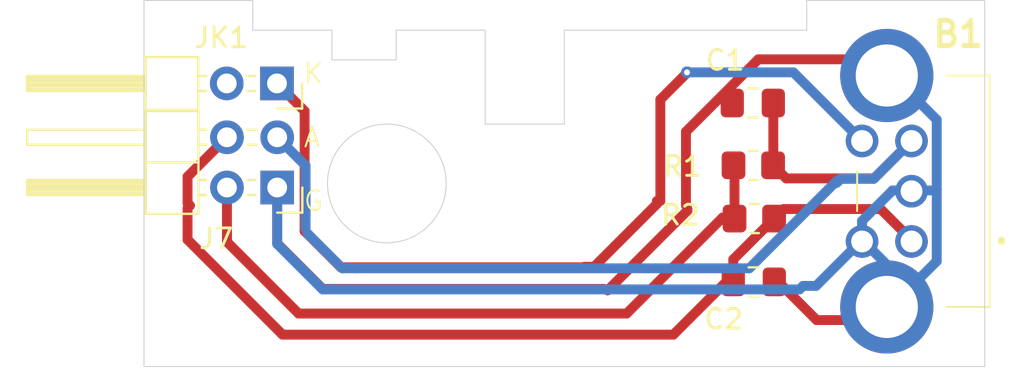
<source format=kicad_pcb>
(kicad_pcb (version 20240108) (generator "pcbnew") (generator_version "8.0")
  (layers (0 "F.Cu" signal) (31 "B.Cu" signal) (34 "B.Paste" user) (35 "F.Paste" user) (36 "B.SilkS" user "B.Silkscreen") (37 "F.SilkS" user "F.Silkscreen") (38 "B.Mask" user) (39 "F.Mask" user) (44 "Edge.Cuts" user))
  (net 0 "")
  (net 1 "SWITCH")
  (net 2 "GND")
  (net 3 "+5V")
  (net 4 "ENC1")
  (net 5 "ENC2")
  (net 6 "U3-40-PC9")
  (footprint "Connector_PinHeader_2.54mm:PinHeader_2x01_P2.54mm_Horizontal" (layer "F.Cu") (at 115.7224 112.1918 180)
    (property "Reference" "JK1" (at 2.8194 2.3114 0) (layer "F.SilkS"))
    (property "Value" "Conn_02x01")
    (fp_line (start 12.64 0.38) (end 6.64 0.38) (stroke (width 0.12)) (layer "F.SilkS"))
    (fp_line (start 12.64 -0.38) (end 12.64 0.38) (stroke (width 0.12)) (layer "F.SilkS"))
    (fp_line (start 6.64 1.33) (end 6.64 -1.33) (stroke (width 0.12)) (layer "F.SilkS"))
    (fp_line (start 6.64 0.28) (end 12.64 0.28) (stroke (width 0.12)) (layer "F.SilkS"))
    (fp_line (start 6.64 0.16) (end 12.64 0.16) (stroke (width 0.12)) (layer "F.SilkS"))
    (fp_line (start 6.64 0.04) (end 12.64 0.04) (stroke (width 0.12)) (layer "F.SilkS"))
    (fp_line (start 6.64 -0.08) (end 12.64 -0.08) (stroke (width 0.12)) (layer "F.SilkS"))
    (fp_line (start 6.64 -0.2) (end 12.64 -0.2) (stroke (width 0.12)) (layer "F.SilkS"))
    (fp_line (start 6.64 -0.32) (end 12.64 -0.32) (stroke (width 0.12)) (layer "F.SilkS"))
    (fp_line (start 6.64 -0.38) (end 12.64 -0.38) (stroke (width 0.12)) (layer "F.SilkS"))
    (fp_line (start 6.64 -1.33) (end 3.98 -1.33) (stroke (width 0.12)) (layer "F.SilkS"))
    (fp_line (start 3.98 1.33) (end 6.64 1.33) (stroke (width 0.12)) (layer "F.SilkS"))
    (fp_line (start 3.98 -1.33) (end 3.98 1.33) (stroke (width 0.12)) (layer "F.SilkS"))
    (fp_line (start 3.582929 0.38) (end 3.98 0.38) (stroke (width 0.12)) (layer "F.SilkS"))
    (fp_line (start 3.582929 -0.38) (end 3.98 -0.38) (stroke (width 0.12)) (layer "F.SilkS"))
    (fp_line (start 1.11 0.38) (end 1.497071 0.38) (stroke (width 0.12)) (layer "F.SilkS"))
    (fp_line (start 1.11 -0.38) (end 1.497071 -0.38) (stroke (width 0.12)) (layer "F.SilkS"))
    (fp_line (start -1.27 0) (end -1.27 -1.27) (stroke (width 0.12)) (layer "F.SilkS"))
    (fp_line (start -1.27 -1.27) (end 0 -1.27) (stroke (width 0.12)) (layer "F.SilkS"))
    (pad "1" thru_hole rect (at 0 0 180) (size 1.7 1.7) (drill 1) (layers "*.Cu" "*.Mask") (net 1 "SWITCH"))
    (pad "2" thru_hole oval (at 2.54 0 180) (size 1.7 1.7) (drill 1) (layers "*.Cu" "*.Mask") (net 6 "U3-40-PC9"))
  )
  (footprint "Connector_PinHeader_2.54mm:PinHeader_2x02_P2.54mm_Horizontal" (layer "F.Cu") (at 115.7336 117.4546 180)
    (property "Reference" "J7" (at 3.0846 -2.5858 0) (layer "F.SilkS"))
    (property "Value" "Conn_02x02_Odd_Even")
    (fp_line (start 12.64 2.92) (end 6.64 2.92) (stroke (width 0.12)) (layer "F.SilkS"))
    (fp_line (start 12.64 2.16) (end 12.64 2.92) (stroke (width 0.12)) (layer "F.SilkS"))
    (fp_line (start 12.64 0.38) (end 6.64 0.38) (stroke (width 0.12)) (layer "F.SilkS"))
    (fp_line (start 12.64 -0.38) (end 12.64 0.38) (stroke (width 0.12)) (layer "F.SilkS"))
    (fp_line (start 6.64 3.87) (end 6.64 -1.33) (stroke (width 0.12)) (layer "F.SilkS"))
    (fp_line (start 6.64 2.16) (end 12.64 2.16) (stroke (width 0.12)) (layer "F.SilkS"))
    (fp_line (start 6.64 0.28) (end 12.64 0.28) (stroke (width 0.12)) (layer "F.SilkS"))
    (fp_line (start 6.64 0.16) (end 12.64 0.16) (stroke (width 0.12)) (layer "F.SilkS"))
    (fp_line (start 6.64 0.04) (end 12.64 0.04) (stroke (width 0.12)) (layer "F.SilkS"))
    (fp_line (start 6.64 -0.08) (end 12.64 -0.08) (stroke (width 0.12)) (layer "F.SilkS"))
    (fp_line (start 6.64 -0.2) (end 12.64 -0.2) (stroke (width 0.12)) (layer "F.SilkS"))
    (fp_line (start 6.64 -0.32) (end 12.64 -0.32) (stroke (width 0.12)) (layer "F.SilkS"))
    (fp_line (start 6.64 -0.38) (end 12.64 -0.38) (stroke (width 0.12)) (layer "F.SilkS"))
    (fp_line (start 6.64 -1.33) (end 3.98 -1.33) (stroke (width 0.12)) (layer "F.SilkS"))
    (fp_line (start 3.98 3.87) (end 6.64 3.87) (stroke (width 0.12)) (layer "F.SilkS"))
    (fp_line (start 3.98 1.27) (end 6.64 1.27) (stroke (width 0.12)) (layer "F.SilkS"))
    (fp_line (start 3.98 -1.33) (end 3.98 3.87) (stroke (width 0.12)) (layer "F.SilkS"))
    (fp_line (start 3.582929 2.92) (end 3.98 2.92) (stroke (width 0.12)) (layer "F.SilkS"))
    (fp_line (start 3.582929 2.16) (end 3.98 2.16) (stroke (width 0.12)) (layer "F.SilkS"))
    (fp_line (start 3.582929 0.38) (end 3.98 0.38) (stroke (width 0.12)) (layer "F.SilkS"))
    (fp_line (start 3.582929 -0.38) (end 3.98 -0.38) (stroke (width 0.12)) (layer "F.SilkS"))
    (fp_line (start 1.11 0.38) (end 1.497071 0.38) (stroke (width 0.12)) (layer "F.SilkS"))
    (fp_line (start 1.11 -0.38) (end 1.497071 -0.38) (stroke (width 0.12)) (layer "F.SilkS"))
    (fp_line (start 1.042929 2.92) (end 1.497071 2.92) (stroke (width 0.12)) (layer "F.SilkS"))
    (fp_line (start 1.042929 2.16) (end 1.497071 2.16) (stroke (width 0.12)) (layer "F.SilkS"))
    (fp_line (start -1.27 0) (end -1.27 -1.27) (stroke (width 0.12)) (layer "F.SilkS"))
    (fp_line (start -1.27 -1.27) (end 0 -1.27) (stroke (width 0.12)) (layer "F.SilkS"))
    (pad "1" thru_hole rect (at 0 0 180) (size 1.7 1.7) (drill 1) (layers "*.Cu" "*.Mask") (net 2 "GND"))
    (pad "2" thru_hole oval (at 2.54 0 180) (size 1.7 1.7) (drill 1) (layers "*.Cu" "*.Mask") (net 3 "+5V"))
    (pad "3" thru_hole oval (at 0 2.54 180) (size 1.7 1.7) (drill 1) (layers "*.Cu" "*.Mask") (net 4 "ENC1"))
    (pad "4" thru_hole oval (at 2.54 2.54 180) (size 1.7 1.7) (drill 1) (layers "*.Cu" "*.Mask") (net 5 "ENC2"))
  )
  (footprint "Resistor_SMD:R_0805_2012Metric_Pad1.20x1.40mm_HandSolder" (layer "F.Cu") (at 139.8016 116.332)
    (property "Reference" "R1" (at -3.5814 0.0508 0) (layer "F.SilkS"))
    (property "Value" "10K")
    (fp_line (start -0.227064 -0.735) (end 0.227064 -0.735) (stroke (width 0.12)) (layer "F.SilkS"))
    (fp_line (start -0.227064 0.735) (end 0.227064 0.735) (stroke (width 0.12)) (layer "F.SilkS"))
    (pad "1" smd roundrect (at -1 0) (size 1.2 1.4) (layers "F.Cu" "F.Paste" "F.Mask") (roundrect_rratio 0.208333) (net 3 "+5V"))
    (pad "2" smd roundrect (at 1 0) (size 1.2 1.4) (layers "F.Cu" "F.Paste" "F.Mask") (roundrect_rratio 0.208333) (net 4 "ENC1"))
  )
  (footprint "Resistor_SMD:R_0805_2012Metric_Pad1.20x1.40mm_HandSolder" (layer "F.Cu") (at 139.8524 119.0244)
    (property "Reference" "R2" (at -3.7338 -0.1778 0) (layer "F.SilkS"))
    (property "Value" "10K")
    (fp_line (start -0.227064 -0.735) (end 0.227064 -0.735) (stroke (width 0.12)) (layer "F.SilkS"))
    (fp_line (start -0.227064 0.735) (end 0.227064 0.735) (stroke (width 0.12)) (layer "F.SilkS"))
    (pad "1" smd roundrect (at -1 0) (size 1.2 1.4) (layers "F.Cu" "F.Paste" "F.Mask") (roundrect_rratio 0.208333) (net 3 "+5V"))
    (pad "2" smd roundrect (at 1 0) (size 1.2 1.4) (layers "F.Cu" "F.Paste" "F.Mask") (roundrect_rratio 0.208333) (net 5 "ENC2"))
  )
  (footprint "Capacitor_SMD:C_0805_2012Metric_Pad1.18x1.45mm_HandSolder" (layer "F.Cu") (at 139.827 122.2248)
    (property "Reference" "C2" (at -1.524 1.8796 0) (layer "F.SilkS"))
    (property "Value" "10nF")
    (fp_line (start -0.261252 -0.735) (end 0.261252 -0.735) (stroke (width 0.12)) (layer "F.SilkS"))
    (fp_line (start -0.261252 0.735) (end 0.261252 0.735) (stroke (width 0.12)) (layer "F.SilkS"))
    (pad "1" smd roundrect (at -1.0375 0) (size 1.175 1.45) (layers "F.Cu" "F.Paste" "F.Mask") (roundrect_rratio 0.212766) (net 5 "ENC2"))
    (pad "2" smd roundrect (at 1.0375 0) (size 1.175 1.45) (layers "F.Cu" "F.Paste" "F.Mask") (roundrect_rratio 0.212766) (net 2 "GND"))
  )
  (footprint "Rotary:EC11B15242AE" (layer "F.Cu") (at 148.7496 117.642)
    (property "Reference" "B1" (at 1.4152 -7.9394 0) (layer "F.SilkS") (effects (font (size 1.27 1.27) (thickness 0.254))))
    (property "Value" "EC11B15242AE" (hide yes))
    (fp_line (start -3.7 1) (end -3.7 -1) (stroke (width 0.1)) (layer "F.SilkS"))
    (fp_line (start 0.8 -5.85) (end 3 -5.85) (stroke (width 0.1)) (layer "F.SilkS"))
    (fp_line (start 3 -5.85) (end 3 5.85) (stroke (width 0.1)) (layer "F.SilkS"))
    (fp_line (start 3 5.85) (end 0.8 5.85) (stroke (width 0.1)) (layer "F.SilkS"))
    (fp_line (start 3.6 2.4) (end 3.6 2.4) (stroke (width 0.2)) (layer "F.SilkS"))
    (fp_line (start 3.6 2.6) (end 3.6 2.6) (stroke (width 0.2)) (layer "F.SilkS"))
    (fp_arc (start 3.6 2.4) (mid 3.7 2.5) (end 3.6 2.6) (stroke (width 0.2)) (layer "F.SilkS"))
    (fp_arc (start 3.6 2.6) (mid 3.5 2.5) (end 3.6 2.4) (stroke (width 0.2)) (layer "F.SilkS"))
    (pad "1" thru_hole circle (at -0.95 2.54) (size 1.65 1.65) (drill 1.1) (layers "*.Cu" "*.Mask") (net 5 "ENC2"))
    (pad "2" thru_hole circle (at -0.95 0) (size 1.65 1.65) (drill 1.1) (layers "*.Cu" "*.Mask") (net 2 "GND"))
    (pad "3" thru_hole circle (at -0.95 -2.54) (size 1.65 1.65) (drill 1.1) (layers "*.Cu" "*.Mask") (net 4 "ENC1"))
    (pad "4" thru_hole circle (at -3.45 -2.54) (size 1.65 1.65) (drill 1.1) (layers "*.Cu" "*.Mask") (net 1 "SWITCH"))
    (pad "5" thru_hole circle (at -3.45 2.54) (size 1.65 1.65) (drill 1.1) (layers "*.Cu" "*.Mask") (net 2 "GND"))
    (pad "6" thru_hole circle (at -2.2 -5.85) (size 4.71 4.71) (drill 3.1401) (layers "*.Cu" "*.Mask") (net 2 "GND"))
    (pad "7" thru_hole circle (at -2.2 5.85) (size 4.71 4.71) (drill 3.1401) (layers "*.Cu" "*.Mask") (net 2 "GND"))
  )
  (footprint "Capacitor_SMD:C_0805_2012Metric_Pad1.18x1.45mm_HandSolder" (layer "F.Cu") (at 139.7762 113.1824 180)
    (property "Reference" "C1" (at 1.397 2.159 0) (layer "F.SilkS"))
    (property "Value" "10nF")
    (fp_line (start -0.261252 0.735) (end 0.261252 0.735) (stroke (width 0.12)) (layer "F.SilkS"))
    (fp_line (start -0.261252 -0.735) (end 0.261252 -0.735) (stroke (width 0.12)) (layer "F.SilkS"))
    (pad "1" smd roundrect (at -1.0375 0 180) (size 1.175 1.45) (layers "F.Cu" "F.Paste" "F.Mask") (roundrect_rratio 0.212766) (net 4 "ENC1"))
    (pad "2" smd roundrect (at 1.0375 0 180) (size 1.175 1.45) (layers "F.Cu" "F.Paste" "F.Mask") (roundrect_rratio 0.212766) (net 2 "GND"))
  )
  (gr_line (start 109 126.5) (end 109 108) (stroke (width 0.05)) (layer "Edge.Cuts"))
  (gr_line (start 109 108) (end 114.5 108) (stroke (width 0.05)) (layer "Edge.Cuts"))
  (gr_line (start 126.25 109.5) (end 126.25 114.25) (stroke (width 0.05)) (layer "Edge.Cuts"))
  (gr_line (start 118.5 109.5) (end 118.5 111) (stroke (width 0.05)) (layer "Edge.Cuts"))
  (gr_line (start 130.25 114.25) (end 130.25 109.5) (stroke (width 0.05)) (layer "Edge.Cuts"))
  (gr_line (start 130.25 109.5) (end 142.5 109.5) (stroke (width 0.05)) (layer "Edge.Cuts"))
  (gr_line (start 151.5 126.5) (end 109 126.5) (stroke (width 0.05)) (layer "Edge.Cuts"))
  (gr_line (start 126.25 114.25) (end 130.25 114.25) (stroke (width 0.05)) (layer "Edge.Cuts"))
  (gr_line (start 142.5 109.5) (end 142.5 108) (stroke (width 0.05)) (layer "Edge.Cuts"))
  (gr_line (start 121.75 111) (end 121.75 109.5) (stroke (width 0.05)) (layer "Edge.Cuts"))
  (gr_line (start 114.5 109.5) (end 118.5 109.5) (stroke (width 0.05)) (layer "Edge.Cuts"))
  (gr_line (start 118.5 111) (end 121.75 111) (stroke (width 0.05)) (layer "Edge.Cuts"))
  (gr_line (start 121.75 109.5) (end 126.25 109.5) (stroke (width 0.05)) (layer "Edge.Cuts"))
  (gr_line (start 114.5 108) (end 114.5 109.5) (stroke (width 0.05)) (layer "Edge.Cuts"))
  (gr_circle (center 121.276079 117.25) (end 124.276079 117.25) (stroke (width 0.05)) (fill none) (layer "Edge.Cuts"))
  (gr_line (start 151.5 108) (end 151.5 126.5) (stroke (width 0.05)) (layer "Edge.Cuts"))
  (gr_line (start 142.5 108) (end 151.5 108) (stroke (width 0.05)) (layer "Edge.Cuts"))
  (gr_text "K\n\nA\n\nG" (at 117.0036 118.7246 0) (layer "F.SilkS") (effects (font (size 1 1) (thickness 0.1)) (justify left bottom)))
  (segment (start 134.9248 118.2878) (end 134.9248 118.1354) (width 0.5) (layer "F.Cu") (net 1))
  (segment (start 135.1026 118.1354) (end 135.1026 113.0046) (width 0.5) (layer "F.Cu") (net 1))
  (segment (start 131.7498 121.4628) (end 134.9248 118.2878) (width 0.5) (layer "F.Cu") (net 1))
  (segment (start 118.9482 121.4882) (end 131.2418 121.4882) (width 0.5) (layer "F.Cu") (net 1))
  (segment (start 131.2418 121.4882) (end 131.2672 121.4628) (width 0.5) (layer "F.Cu") (net 1))
  (segment (start 134.9248 118.1354) (end 135.1026 118.1354) (width 0.2) (layer "F.Cu") (net 1))
  (segment (start 131.2672 121.4628) (end 131.7498 121.4628) (width 0.5) (layer "F.Cu") (net 1))
  (segment (start 135.1026 113.0046) (end 136.4488 111.6584) (width 0.5) (layer "F.Cu") (net 1))
  (segment (start 115.7224 112.1918) (end 117.1194 113.5888) (width 0.5) (layer "F.Cu") (net 1))
  (segment (start 136.4488 111.6584) (end 136.4488 111.633) (width 0.2) (layer "F.Cu") (net 1))
  (segment (start 117.1194 119.6594) (end 118.9482 121.4882) (width 0.5) (layer "F.Cu") (net 1))
  (segment (start 117.1194 113.5888) (end 117.1194 119.6594) (width 0.5) (layer "F.Cu") (net 1))
  (via (at 136.4488 111.633) (size 0.6) (drill 0.3) (layers "F.Cu" "B.Cu") (net 1))
  (segment (start 141.8306 111.633) (end 145.2996 115.102) (width 0.5) (layer "B.Cu") (net 1))
  (segment (start 136.4488 111.633) (end 141.8306 111.633) (width 0.5) (layer "B.Cu") (net 1))
  (segment (start 141.0716 122.2248) (end 143.002 124.1552) (width 0.5) (layer "F.Cu") (net 2))
  (segment (start 115.7336 117.4546) (end 115.7336 120.2802) (width 0.5) (layer "F.Cu") (net 2))
  (segment (start 146.0202 110.9726) (end 146.7996 111.752) (width 0.5) (layer "F.Cu") (net 2))
  (segment (start 115.7336 120.2802) (end 118.0338 122.5804) (width 0.5) (layer "F.Cu") (net 2))
  (segment (start 140.8645 122.2248) (end 141.0716 122.2248) (width 0.2) (layer "F.Cu") (net 2))
  (segment (start 136.4742 118.618) (end 136.4742 118.5418) (width 0.5) (layer "F.Cu") (net 2))
  (segment (start 138.7387 112.2895) (end 138.7387 113.1824) (width 0.2) (layer "F.Cu") (net 2))
  (segment (start 132.4356 122.6566) (end 136.4742 118.618) (width 0.5) (layer "F.Cu") (net 2))
  (segment (start 118.0338 122.5804) (end 132.2832 122.5804) (width 0.5) (layer "F.Cu") (net 2))
  (segment (start 146.0964 124.1552) (end 146.7996 123.452) (width 0.5) (layer "F.Cu") (net 2))
  (segment (start 140.0556 110.9726) (end 136.398 114.6302) (width 0.5) (layer "F.Cu") (net 2))
  (segment (start 136.398 114.6302) (end 136.398 118.364) (width 0.5) (layer "F.Cu") (net 2))
  (segment (start 140.0556 110.9726) (end 138.7387 112.2895) (width 0.2) (layer "F.Cu") (net 2))
  (segment (start 143.002 124.1552) (end 146.0964 124.1552) (width 0.5) (layer "F.Cu") (net 2))
  (segment (start 140.0556 110.9726) (end 146.0202 110.9726) (width 0.5) (layer "F.Cu") (net 2))
  (segment (start 146.7996 121.602) (end 145.2996 120.102) (width 0.5) (layer "B.Cu") (net 2))
  (segment (start 142.3162 122.428) (end 142.9736 122.428) (width 0.5) (layer "B.Cu") (net 2))
  (segment (start 149.0238 117.602) (end 149.0746 117.5512) (width 0.5) (layer "B.Cu") (net 2))
  (segment (start 115.7336 120.3056) (end 118.0338 122.6058) (width 0.5) (layer "B.Cu") (net 2))
  (segment (start 142.1384 122.6058) (end 142.3162 122.428) (width 0.5) (layer "B.Cu") (net 2))
  (segment (start 147.7996 117.602) (end 149.0238 117.602) (width 0.5) (layer "B.Cu") (net 2))
  (segment (start 145.2996 119.1398) (end 145.2996 120.102) (width 0.5) (layer "B.Cu") (net 2))
  (segment (start 146.8374 117.602) (end 145.2996 119.1398) (width 0.5) (layer "B.Cu") (net 2))
  (segment (start 149.0746 114.027) (end 149.0746 117.5512) (width 0.5) (layer "B.Cu") (net 2))
  (segment (start 146.7996 123.452) (end 146.7996 121.602) (width 0.5) (layer "B.Cu") (net 2))
  (segment (start 146.7996 111.752) (end 149.0746 114.027) (width 0.5) (layer "B.Cu") (net 2))
  (segment (start 142.9736 122.428) (end 145.2996 120.102) (width 0.5) (layer "B.Cu") (net 2))
  (segment (start 149.0746 117.5512) (end 149.0746 121.177) (width 0.5) (layer "B.Cu") (net 2))
  (segment (start 115.7336 117.4546) (end 115.7336 120.3056) (width 0.5) (layer "B.Cu") (net 2))
  (segment (start 149.0746 121.177) (end 146.7996 123.452) (width 0.5) (layer "B.Cu") (net 2))
  (segment (start 147.7996 117.602) (end 146.8374 117.602) (width 0.5) (layer "B.Cu") (net 2))
  (segment (start 118.0338 122.6058) (end 142.1384 122.6058) (width 0.5) (layer "B.Cu") (net 2))
  (segment (start 138.2522 118.9736) (end 133.4008 123.825) (width 0.5) (layer "F.Cu") (net 3))
  (segment (start 138.8016 116.332) (end 138.8524 116.3828) (width 0.5) (layer "F.Cu") (net 3))
  (segment (start 138.8524 116.3828) (end 138.8524 118.9228) (width 0.5) (layer "F.Cu") (net 3))
  (segment (start 133.4008 123.825) (end 116.8146 123.825) (width 0.5) (layer "F.Cu") (net 3))
  (segment (start 138.8524 118.9228) (end 138.8016 118.9736) (width 0.5) (layer "F.Cu") (net 3))
  (segment (start 138.8016 118.9736) (end 138.2522 118.9736) (width 0.5) (layer "F.Cu") (net 3))
  (segment (start 113.1936 120.204) (end 113.1936 119.7356) (width 0.5) (layer "F.Cu") (net 3))
  (segment (start 138.8016 118.9736) (end 138.8524 119.0244) (width 0.2) (layer "F.Cu") (net 3))
  (segment (start 113.1936 120.0292) (end 113.1936 119.7356) (width 0.2) (layer "F.Cu") (net 3))
  (segment (start 113.1936 117.4546) (end 113.1936 120.0292) (width 0.5) (layer "F.Cu") (net 3))
  (segment (start 116.8146 123.825) (end 113.1936 120.204) (width 0.5) (layer "F.Cu") (net 3))
  (segment (start 140.8137 113.1824) (end 140.8137 116.3199) (width 0.5) (layer "F.Cu") (net 4))
  (segment (start 141.462 116.9924) (end 140.8016 116.332) (width 0.5) (layer "F.Cu") (net 4))
  (segment (start 147.7996 115.102) (end 145.9092 116.9924) (width 0.5) (layer "F.Cu") (net 4))
  (segment (start 140.8137 116.3199) (end 140.8016 116.332) (width 0.2) (layer "F.Cu") (net 4))
  (segment (start 145.9092 116.9924) (end 141.462 116.9924) (width 0.5) (layer "F.Cu") (net 4))
  (segment (start 144.018 117.1194) (end 139.5984 121.539) (width 0.5) (layer "B.Cu") (net 4))
  (segment (start 115.7336 114.9146) (end 117.1702 116.3512) (width 0.5) (layer "B.Cu") (net 4))
  (segment (start 117.2718 119.7864) (end 119.0244 121.539) (width 0.5) (layer "B.Cu") (net 4))
  (segment (start 117.2718 119.634) (end 117.2718 119.7864) (width 0.2) (layer "B.Cu") (net 4))
  (segment (start 117.1702 116.3512) (end 117.1702 119.5324) (width 0.5) (layer "B.Cu") (net 4))
  (segment (start 119.0244 121.539) (end 119.7356 121.539) (width 0.5) (layer "B.Cu") (net 4))
  (segment (start 139.5984 121.539) (end 119.7356 121.539) (width 0.5) (layer "B.Cu") (net 4))
  (segment (start 117.1702 119.5324) (end 117.2718 119.634) (width 0.2) (layer "B.Cu") (net 4))
  (segment (start 144.2212 117.0178) (end 145.8838 117.0178) (width 0.5) (layer "B.Cu") (net 4))
  (segment (start 145.8838 117.0178) (end 147.7996 115.102) (width 0.5) (layer "B.Cu") (net 4))
  (segment (start 144.018 117.221) (end 144.2212 117.0178) (width 0.5) (layer "B.Cu") (net 4))
  (segment (start 138.7895 122.2248) (end 138.7895 121.0873) (width 0.5) (layer "F.Cu") (net 5))
  (segment (start 147.7996 120.102) (end 146.2394 118.5418) (width 0.5) (layer "F.Cu") (net 5))
  (segment (start 111.3282 118.364) (end 111.2012 118.237) (width 0.5) (layer "F.Cu") (net 5))
  (segment (start 111.2012 118.491) (end 111.3282 118.364) (width 0.2) (layer "F.Cu") (net 5))
  (segment (start 146.2394 118.5418) (end 141.335 118.5418) (width 0.5) (layer "F.Cu") (net 5))
  (segment (start 111.2012 120.0912) (end 111.2012 118.491) (width 0.5) (layer "F.Cu") (net 5))
  (segment (start 111.2012 116.907) (end 111.3282 116.78) (width 0.5) (layer "F.Cu") (net 5))
  (segment (start 138.7895 121.0873) (end 140.8524 119.0244) (width 0.5) (layer "F.Cu") (net 5))
  (segment (start 141.335 118.5418) (end 140.8524 119.0244) (width 0.5) (layer "F.Cu") (net 5))
  (segment (start 111.2012 118.237) (end 111.2012 116.907) (width 0.5) (layer "F.Cu") (net 5))
  (segment (start 135.763 124.8918) (end 116.0018 124.8918) (width 0.5) (layer "F.Cu") (net 5))
  (segment (start 116.0018 124.8918) (end 111.2012 120.0912) (width 0.5) (layer "F.Cu") (net 5))
  (segment (start 111.3282 116.78) (end 113.1936 114.9146) (width 0.5) (layer "F.Cu") (net 5))
  (segment (start 138.43 122.2248) (end 135.763 124.8918) (width 0.5) (layer "F.Cu") (net 5))
)
</source>
